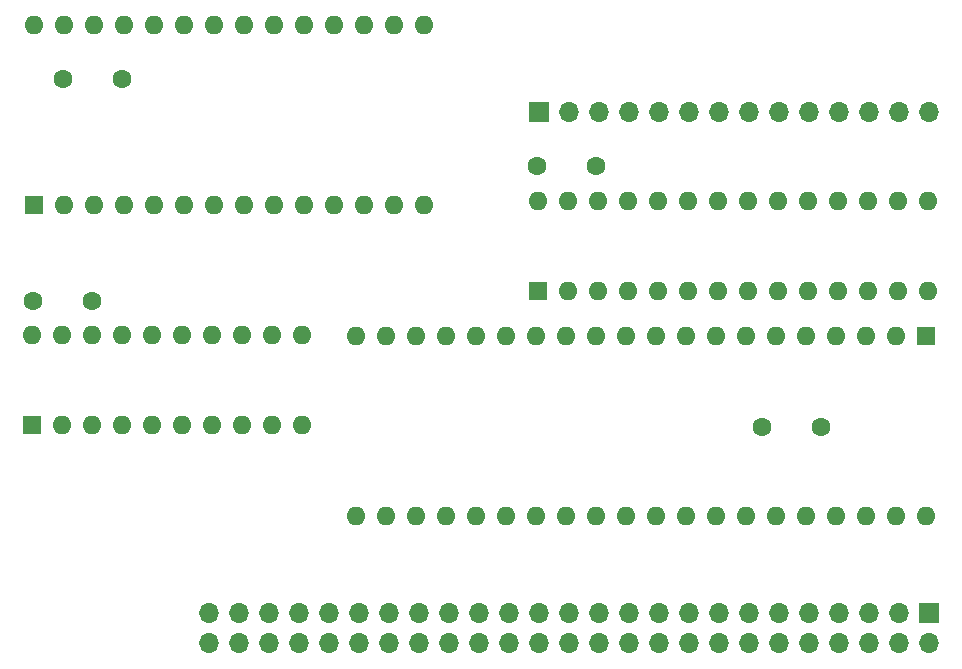
<source format=gbr>
G04 #@! TF.GenerationSoftware,KiCad,Pcbnew,(5.1.10-1-10_14)*
G04 #@! TF.CreationDate,2021-08-31T23:52:25+02:00*
G04 #@! TF.ProjectId,proc_board,70726f63-5f62-46f6-9172-642e6b696361,rev?*
G04 #@! TF.SameCoordinates,Original*
G04 #@! TF.FileFunction,Soldermask,Bot*
G04 #@! TF.FilePolarity,Negative*
%FSLAX46Y46*%
G04 Gerber Fmt 4.6, Leading zero omitted, Abs format (unit mm)*
G04 Created by KiCad (PCBNEW (5.1.10-1-10_14)) date 2021-08-31 23:52:25*
%MOMM*%
%LPD*%
G01*
G04 APERTURE LIST*
%ADD10O,1.600000X1.600000*%
%ADD11R,1.600000X1.600000*%
%ADD12O,1.700000X1.700000*%
%ADD13R,1.700000X1.700000*%
%ADD14C,1.600000*%
G04 APERTURE END LIST*
D10*
G04 #@! TO.C,U4*
X2413000Y56388000D03*
X35433000Y41148000D03*
X4953000Y56388000D03*
X32893000Y41148000D03*
X7493000Y56388000D03*
X30353000Y41148000D03*
X10033000Y56388000D03*
X27813000Y41148000D03*
X12573000Y56388000D03*
X25273000Y41148000D03*
X15113000Y56388000D03*
X22733000Y41148000D03*
X17653000Y56388000D03*
X20193000Y41148000D03*
X20193000Y56388000D03*
X17653000Y41148000D03*
X22733000Y56388000D03*
X15113000Y41148000D03*
X25273000Y56388000D03*
X12573000Y41148000D03*
X27813000Y56388000D03*
X10033000Y41148000D03*
X30353000Y56388000D03*
X7493000Y41148000D03*
X32893000Y56388000D03*
X4953000Y41148000D03*
X35433000Y56388000D03*
D11*
X2413000Y41148000D03*
G04 #@! TD*
D12*
G04 #@! TO.C,J2*
X78232000Y49022000D03*
X75692000Y49022000D03*
X73152000Y49022000D03*
X70612000Y49022000D03*
X68072000Y49022000D03*
X65532000Y49022000D03*
X62992000Y49022000D03*
X60452000Y49022000D03*
X57912000Y49022000D03*
X55372000Y49022000D03*
X52832000Y49022000D03*
X50292000Y49022000D03*
X47752000Y49022000D03*
D13*
X45212000Y49022000D03*
G04 #@! TD*
D14*
G04 #@! TO.C,C4*
X2366000Y33020000D03*
X7366000Y33020000D03*
G04 #@! TD*
G04 #@! TO.C,C3*
X64088000Y22352000D03*
X69088000Y22352000D03*
G04 #@! TD*
G04 #@! TO.C,C2*
X4906000Y51816000D03*
X9906000Y51816000D03*
G04 #@! TD*
G04 #@! TO.C,C1*
X45038000Y44450000D03*
X50038000Y44450000D03*
G04 #@! TD*
D10*
G04 #@! TO.C,U1*
X2286000Y30162500D03*
X25146000Y22542500D03*
X4826000Y30162500D03*
X22606000Y22542500D03*
X7366000Y30162500D03*
X20066000Y22542500D03*
X9906000Y30162500D03*
X17526000Y22542500D03*
X12446000Y30162500D03*
X14986000Y22542500D03*
X14986000Y30162500D03*
X12446000Y22542500D03*
X17526000Y30162500D03*
X9906000Y22542500D03*
X20066000Y30162500D03*
X7366000Y22542500D03*
X22606000Y30162500D03*
X4826000Y22542500D03*
X25146000Y30162500D03*
D11*
X2286000Y22542500D03*
G04 #@! TD*
D10*
G04 #@! TO.C,U3*
X45059001Y41453001D03*
X78079001Y33833001D03*
X47599001Y41453001D03*
X75539001Y33833001D03*
X50139001Y41453001D03*
X72999001Y33833001D03*
X52679001Y41453001D03*
X70459001Y33833001D03*
X55219001Y41453001D03*
X67919001Y33833001D03*
X57759001Y41453001D03*
X65379001Y33833001D03*
X60299001Y41453001D03*
X62839001Y33833001D03*
X62839001Y41453001D03*
X60299001Y33833001D03*
X65379001Y41453001D03*
X57759001Y33833001D03*
X67919001Y41453001D03*
X55219001Y33833001D03*
X70459001Y41453001D03*
X52679001Y33833001D03*
X72999001Y41453001D03*
X50139001Y33833001D03*
X75539001Y41453001D03*
X47599001Y33833001D03*
X78079001Y41453001D03*
D11*
X45059001Y33833001D03*
G04 #@! TD*
D10*
G04 #@! TO.C,U2*
X77978000Y14859000D03*
X29718000Y30099000D03*
X75438000Y14859000D03*
X32258000Y30099000D03*
X72898000Y14859000D03*
X34798000Y30099000D03*
X70358000Y14859000D03*
X37338000Y30099000D03*
X67818000Y14859000D03*
X39878000Y30099000D03*
X65278000Y14859000D03*
X42418000Y30099000D03*
X62738000Y14859000D03*
X44958000Y30099000D03*
X60198000Y14859000D03*
X47498000Y30099000D03*
X57658000Y14859000D03*
X50038000Y30099000D03*
X55118000Y14859000D03*
X52578000Y30099000D03*
X52578000Y14859000D03*
X55118000Y30099000D03*
X50038000Y14859000D03*
X57658000Y30099000D03*
X47498000Y14859000D03*
X60198000Y30099000D03*
X44958000Y14859000D03*
X62738000Y30099000D03*
X42418000Y14859000D03*
X65278000Y30099000D03*
X39878000Y14859000D03*
X67818000Y30099000D03*
X37338000Y14859000D03*
X70358000Y30099000D03*
X34798000Y14859000D03*
X72898000Y30099000D03*
X32258000Y14859000D03*
X75438000Y30099000D03*
X29718000Y14859000D03*
D11*
X77978000Y30099000D03*
G04 #@! TD*
D12*
G04 #@! TO.C,J1*
X17272000Y4064000D03*
X17272000Y6604000D03*
X19812000Y4064000D03*
X19812000Y6604000D03*
X22352000Y4064000D03*
X22352000Y6604000D03*
X24892000Y4064000D03*
X24892000Y6604000D03*
X27432000Y4064000D03*
X27432000Y6604000D03*
X29972000Y4064000D03*
X29972000Y6604000D03*
X32512000Y4064000D03*
X32512000Y6604000D03*
X35052000Y4064000D03*
X35052000Y6604000D03*
X37592000Y4064000D03*
X37592000Y6604000D03*
X40132000Y4064000D03*
X40132000Y6604000D03*
X42672000Y4064000D03*
X42672000Y6604000D03*
X45212000Y4064000D03*
X45212000Y6604000D03*
X47752000Y4064000D03*
X47752000Y6604000D03*
X50292000Y4064000D03*
X50292000Y6604000D03*
X52832000Y4064000D03*
X52832000Y6604000D03*
X55372000Y4064000D03*
X55372000Y6604000D03*
X57912000Y4064000D03*
X57912000Y6604000D03*
X60452000Y4064000D03*
X60452000Y6604000D03*
X62992000Y4064000D03*
X62992000Y6604000D03*
X65532000Y4064000D03*
X65532000Y6604000D03*
X68072000Y4064000D03*
X68072000Y6604000D03*
X70612000Y4064000D03*
X70612000Y6604000D03*
X73152000Y4064000D03*
X73152000Y6604000D03*
X75692000Y4064000D03*
X75692000Y6604000D03*
X78232000Y4064000D03*
D13*
X78232000Y6604000D03*
G04 #@! TD*
M02*

</source>
